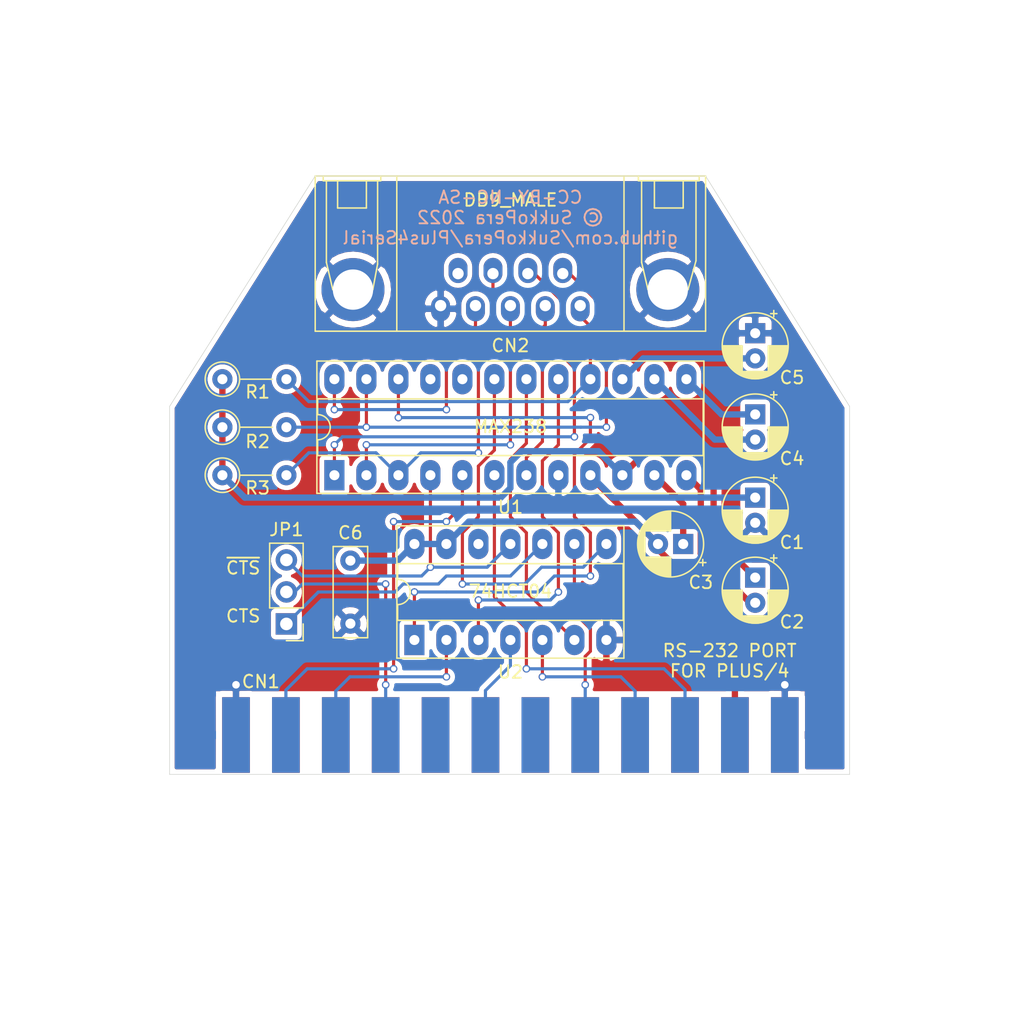
<source format=kicad_pcb>
(kicad_pcb (version 20171130) (host pcbnew 5.1.12)
  (title_block (title Plus4Serial) (date 2022-09-28) (rev 1git) (company SukkoPera) (comment 1 "Thanks a lot to Levente Hársfalvi (TLC)!"))
  (layers (0 F.Cu signal) (31 B.Cu signal) (36 B.SilkS user) (37 F.SilkS user) (38 B.Mask user) (39 F.Mask user) (44 Edge.Cuts user))
  (net 0 "")
  (net 1 GND)
  (net 2 +12V)
  (net 3 +5V)
  (net 4 /~cts)
  (net 5 /~dsr)
  (net 6 /rxd)
  (net 7 /txd)
  (net 8 /~rts)
  (net 9 /~dtr)
  (net 10 /~dcd)
  (net 11 "Net-(C2-Pad2)")
  (net 12 "Net-(C4-Pad1)")
  (net 13 "Net-(C4-Pad2)")
  (net 14 /txd_ttl)
  (net 15 /dsr_ttl)
  (net 16 /~cts_ttl)
  (net 17 /dcd_ttl)
  (net 18 /dtr_ttl)
  (net 19 /rts_ttl)
  (net 20 /rxd_ttl)
  (net 21 "Net-(U1-Pad17)")
  (net 22 "Net-(U1-Pad18)")
  (net 23 "Net-(U1-Pad19)")
  (net 24 "Net-(U1-Pad22)")
  (net 25 "Net-(C3-Pad1)")
  (net 26 "Net-(C5-Pad2)")
  (net 27 "Net-(JP1-Pad3)")
  (net 28 "Net-(JP1-Pad1)")
  (module Plus4Serial:PLUS4_USERPORT (layer F.Cu) (at 152.273 117.221)
    (fp_text reference CN1 (at -19.812 -7.239) (layer F.SilkS))
    (fp_text value PLUS4_USERPORT)
    (pad N smd rect (at -21.78 -3) (size 2.2 6) (layers B.Cu B.Paste B.Mask) (net 1 GND))
    (pad M smd rect (at -17.82 -3) (size 2.2 6) (layers B.Cu B.Paste B.Mask) (net 14 /txd_ttl))
    (pad L smd rect (at -13.86 -3) (size 2.2 6) (layers B.Cu B.Paste B.Mask) (net 15 /dsr_ttl))
    (pad K smd rect (at -9.9 -3) (size 2.2 6) (layers B.Cu B.Paste B.Mask) (net 16 /~cts_ttl))
    (pad J smd rect (at -5.94 -3) (size 2.2 6) (layers B.Cu B.Paste B.Mask))
    (pad H smd rect (at -1.98 -3) (size 2.2 6) (layers B.Cu B.Paste B.Mask) (net 17 /dcd_ttl))
    (pad 12 smd rect (at -21.78 -3) (size 2.2 6) (layers F.Cu F.Paste F.Mask) (net 1 GND))
    (pad 11 smd rect (at -17.82 -3) (size 2.2 6) (layers F.Cu F.Paste F.Mask))
    (pad 10 smd rect (at -13.86 -3) (size 2.2 6) (layers F.Cu F.Paste F.Mask))
    (pad 9 smd rect (at -9.9 -3) (size 2.2 6) (layers F.Cu F.Paste F.Mask))
    (pad 8 smd rect (at -5.94 -3) (size 2.2 6) (layers F.Cu F.Paste F.Mask))
    (pad 7 smd rect (at -1.98 -3) (size 2.2 6) (layers F.Cu F.Paste F.Mask))
    (pad F smd rect (at 1.98 -3) (size 2.2 6) (layers B.Cu B.Paste B.Mask))
    (pad E smd rect (at 5.94 -3) (size 2.2 6) (layers B.Cu B.Paste B.Mask) (net 18 /dtr_ttl))
    (pad D smd rect (at 9.9 -3) (size 2.2 6) (layers B.Cu B.Paste B.Mask) (net 19 /rts_ttl))
    (pad C smd rect (at 13.86 -3) (size 2.2 6) (layers B.Cu B.Paste B.Mask) (net 20 /rxd_ttl))
    (pad B smd rect (at 17.82 -3) (size 2.2 6) (layers B.Cu B.Paste B.Mask))
    (pad A smd rect (at 21.78 -3) (size 2.2 6) (layers B.Cu B.Paste B.Mask) (net 1 GND))
    (pad 6 smd rect (at 1.98 -3) (size 2.2 6) (layers F.Cu F.Paste F.Mask))
    (pad 5 smd rect (at 5.94 -3) (size 2.2 6) (layers F.Cu F.Paste F.Mask))
    (pad 4 smd rect (at 9.9 -3) (size 2.2 6) (layers F.Cu F.Paste F.Mask))
    (pad 3 smd rect (at 13.86 -3) (size 2.2 6) (layers F.Cu F.Paste F.Mask))
    (pad 2 smd rect (at 17.82 -3) (size 2.2 6) (layers F.Cu F.Paste F.Mask) (net 3 +5V))
    (pad 1 smd rect (at 21.78 -3) (size 2.2 6) (layers F.Cu F.Paste F.Mask) (net 1 GND))
  )
  (module Plus4Serial:DB_9M (layer F.Cu) (at 152.273 71.755 180)
    (fp_text reference CN2 (at 0 -11.557) (layer F.SilkS))
    (fp_text value DB9_MALE (at 0 0) (layer F.SilkS))
    (pad 0 thru_hole circle (at 12.49426 -7.112 180) (size 5.00126 5.00126) (drill 3.2004) (layers *.Cu *.Mask) (net 1 GND))
    (pad 3 thru_hole oval (at 0 -8.382 180) (size 1.50114 1.99898) (drill 0.89916 (offset 0 -0.24892)) (layers *.Cu *.Mask) (net 7 /txd))
    (pad 4 thru_hole oval (at 2.77114 -8.382 180) (size 1.50114 1.99898) (drill 0.89916 (offset 0 -0.24892)) (layers *.Cu *.Mask) (net 9 /~dtr))
    (pad 5 thru_hole oval (at 5.53974 -8.382 180) (size 1.50114 1.99898) (drill 0.89916 (offset 0 -0.24892)) (layers *.Cu *.Mask) (net 1 GND))
    (pad 2 thru_hole oval (at -2.77114 -8.382 180) (size 1.50114 1.99898) (drill 0.89916 (offset 0 -0.24892)) (layers *.Cu *.Mask) (net 6 /rxd))
    (pad 1 thru_hole oval (at -5.53974 -8.382 180) (size 1.50114 1.99898) (drill 0.89916 (offset 0 -0.24892)) (layers *.Cu *.Mask) (net 10 /~dcd))
    (pad 6 thru_hole oval (at -4.15544 -5.842 180) (size 1.50114 1.99898) (drill 0.89916 (offset 0 0.24892)) (layers *.Cu *.Mask) (net 5 /~dsr))
    (pad 7 thru_hole oval (at -1.3843 -5.842 180) (size 1.50114 1.99898) (drill 0.89916 (offset 0 0.24892)) (layers *.Cu *.Mask) (net 8 /~rts))
    (pad 8 thru_hole oval (at 1.3843 -5.842 180) (size 1.50114 1.99898) (drill 0.89916 (offset 0 0.24892)) (layers *.Cu *.Mask) (net 4 /~cts))
    (pad 9 thru_hole oval (at 4.15544 -5.842 180) (size 1.50114 1.99898) (drill 0.89916 (offset 0 0.24892)) (layers *.Cu *.Mask))
    (pad 0 thru_hole circle (at -12.49426 -7.112 180) (size 5.00126 5.00126) (drill 3.2004) (layers *.Cu *.Mask) (net 1 GND))
  )
  (module Capacitor_THT:CP_Radial_D5.0mm_P2.00mm (layer F.Cu) (at 165.989 99.06 180)
    (fp_text reference C3 (at -1.397 -3.048) (layer F.SilkS))
    (fp_text value 1u)
    (pad 2 thru_hole circle (at 2 0 180) (size 1.6 1.6) (drill 0.8) (layers *.Cu *.Mask) (net 3 +5V))
    (pad 1 thru_hole rect (at 0 0 180) (size 1.6 1.6) (drill 0.8) (layers *.Cu *.Mask) (net 25 "Net-(C3-Pad1)"))
  )
  (module Capacitor_THT:CP_Radial_D5.0mm_P2.00mm (layer F.Cu) (at 171.704 101.727 270)
    (fp_text reference C2 (at 3.524 -2.921 180) (layer F.SilkS))
    (fp_text value 1u)
    (pad 1 thru_hole rect (at 0 0 270) (size 1.6 1.6) (drill 0.8) (layers *.Cu *.Mask) (net 2 +12V))
    (pad 2 thru_hole circle (at 2 0 270) (size 1.6 1.6) (drill 0.8) (layers *.Cu *.Mask) (net 11 "Net-(C2-Pad2)"))
  )
  (module Capacitor_THT:CP_Radial_D5.0mm_P2.00mm (layer F.Cu) (at 171.704 95.377 270)
    (fp_text reference C1 (at 3.556 -2.921 180) (layer F.SilkS))
    (fp_text value 1u)
    (pad 2 thru_hole circle (at 2 0 270) (size 1.6 1.6) (drill 0.8) (layers *.Cu *.Mask) (net 1 GND))
    (pad 1 thru_hole rect (at 0 0 270) (size 1.6 1.6) (drill 0.8) (layers *.Cu *.Mask) (net 3 +5V))
  )
  (module Capacitor_THT:CP_Radial_D5.0mm_P2.00mm (layer F.Cu) (at 171.704 88.773 270)
    (fp_text reference C4 (at 3.505113 -2.921 180) (layer F.SilkS))
    (fp_text value 1u)
    (pad 2 thru_hole circle (at 2 0 270) (size 1.6 1.6) (drill 0.8) (layers *.Cu *.Mask) (net 13 "Net-(C4-Pad2)"))
    (pad 1 thru_hole rect (at 0 0 270) (size 1.6 1.6) (drill 0.8) (layers *.Cu *.Mask) (net 12 "Net-(C4-Pad1)"))
  )
  (module Capacitor_THT:C_Disc_D7.0mm_W2.5mm_P5.00mm (layer F.Cu) (at 139.573 100.38 270)
    (fp_text reference C6 (at -2.209 0 180) (layer F.SilkS))
    (fp_text value 100n)
    (pad 2 thru_hole circle (at 5 0 270) (size 1.6 1.6) (drill 0.8) (layers *.Cu *.Mask) (net 1 GND))
    (pad 1 thru_hole circle (at 0 0 270) (size 1.6 1.6) (drill 0.8) (layers *.Cu *.Mask) (net 3 +5V))
  )
  (module Capacitor_THT:CP_Radial_D5.0mm_P2.00mm (layer F.Cu) (at 171.704 82.328 270)
    (fp_text reference C5 (at 3.524 -2.921 180) (layer F.SilkS))
    (fp_text value 1u)
    (pad 1 thru_hole rect (at 0 0 270) (size 1.6 1.6) (drill 0.8) (layers *.Cu *.Mask) (net 1 GND))
    (pad 2 thru_hole circle (at 2 0 270) (size 1.6 1.6) (drill 0.8) (layers *.Cu *.Mask) (net 26 "Net-(C5-Pad2)"))
  )
  (module Connector_PinHeader_2.54mm:PinHeader_1x03_P2.54mm_Vertical (layer F.Cu) (at 134.493 105.405 180)
    (fp_text reference JP1 (at 0 7.488) (layer F.SilkS))
    (fp_text value JMP_CTS)
    (pad 3 thru_hole oval (at 0 5.08 180) (size 1.7 1.7) (drill 1) (layers *.Cu *.Mask) (net 27 "Net-(JP1-Pad3)"))
    (pad 2 thru_hole oval (at 0 2.54 180) (size 1.7 1.7) (drill 1) (layers *.Cu *.Mask) (net 16 /~cts_ttl))
    (pad 1 thru_hole rect (at 0 0 180) (size 1.7 1.7) (drill 1) (layers *.Cu *.Mask) (net 28 "Net-(JP1-Pad1)"))
  )
  (module Package_DIP:DIP-24_W7.62mm_Socket_LongPads (layer F.Cu) (at 138.303 93.599 90)
    (fp_text reference U1 (at -2.54 13.975 180) (layer F.SilkS))
    (fp_text value MAX238 (at 3.8675 13.975 180) (layer F.SilkS))
    (pad 24 thru_hole oval (at 7.62 0 90) (size 2.4 1.6) (drill 0.8) (layers *.Cu *.Mask) (net 9 /~dtr))
    (pad 12 thru_hole oval (at 0 27.94 90) (size 2.4 1.6) (drill 0.8) (layers *.Cu *.Mask) (net 11 "Net-(C2-Pad2)"))
    (pad 23 thru_hole oval (at 7.62 2.54 90) (size 2.4 1.6) (drill 0.8) (layers *.Cu *.Mask) (net 5 /~dsr))
    (pad 11 thru_hole oval (at 0 25.4 90) (size 2.4 1.6) (drill 0.8) (layers *.Cu *.Mask) (net 25 "Net-(C3-Pad1)"))
    (pad 22 thru_hole oval (at 7.62 5.08 90) (size 2.4 1.6) (drill 0.8) (layers *.Cu *.Mask) (net 24 "Net-(U1-Pad22)"))
    (pad 10 thru_hole oval (at 0 22.86 90) (size 2.4 1.6) (drill 0.8) (layers *.Cu *.Mask) (net 2 +12V))
    (pad 21 thru_hole oval (at 7.62 7.62 90) (size 2.4 1.6) (drill 0.8) (layers *.Cu *.Mask))
    (pad 9 thru_hole oval (at 0 20.32 90) (size 2.4 1.6) (drill 0.8) (layers *.Cu *.Mask) (net 3 +5V))
    (pad 20 thru_hole oval (at 7.62 10.16 90) (size 2.4 1.6) (drill 0.8) (layers *.Cu *.Mask))
    (pad 8 thru_hole oval (at 0 17.78 90) (size 2.4 1.6) (drill 0.8) (layers *.Cu *.Mask) (net 1 GND))
    (pad 19 thru_hole oval (at 7.62 12.7 90) (size 2.4 1.6) (drill 0.8) (layers *.Cu *.Mask) (net 23 "Net-(U1-Pad19)"))
    (pad 7 thru_hole oval (at 0 15.24 90) (size 2.4 1.6) (drill 0.8) (layers *.Cu *.Mask) (net 6 /rxd))
    (pad 18 thru_hole oval (at 7.62 15.24 90) (size 2.4 1.6) (drill 0.8) (layers *.Cu *.Mask) (net 22 "Net-(U1-Pad18)"))
    (pad 6 thru_hole oval (at 0 12.7 90) (size 2.4 1.6) (drill 0.8) (layers *.Cu *.Mask) (net 20 /rxd_ttl))
    (pad 17 thru_hole oval (at 7.62 17.78 90) (size 2.4 1.6) (drill 0.8) (layers *.Cu *.Mask) (net 21 "Net-(U1-Pad17)"))
    (pad 5 thru_hole oval (at 0 10.16 90) (size 2.4 1.6) (drill 0.8) (layers *.Cu *.Mask) (net 14 /txd_ttl))
    (pad 16 thru_hole oval (at 7.62 20.32 90) (size 2.4 1.6) (drill 0.8) (layers *.Cu *.Mask) (net 10 /~dcd))
    (pad 4 thru_hole oval (at 0 7.62 90) (size 2.4 1.6) (drill 0.8) (layers *.Cu *.Mask) (net 27 "Net-(JP1-Pad3)"))
    (pad 15 thru_hole oval (at 7.62 22.86 90) (size 2.4 1.6) (drill 0.8) (layers *.Cu *.Mask) (net 26 "Net-(C5-Pad2)"))
    (pad 3 thru_hole oval (at 0 5.08 90) (size 2.4 1.6) (drill 0.8) (layers *.Cu *.Mask) (net 4 /~cts))
    (pad 14 thru_hole oval (at 7.62 25.4 90) (size 2.4 1.6) (drill 0.8) (layers *.Cu *.Mask) (net 13 "Net-(C4-Pad2)"))
    (pad 2 thru_hole oval (at 0 2.54 90) (size 2.4 1.6) (drill 0.8) (layers *.Cu *.Mask) (net 7 /txd))
    (pad 13 thru_hole oval (at 7.62 27.94 90) (size 2.4 1.6) (drill 0.8) (layers *.Cu *.Mask) (net 12 "Net-(C4-Pad1)"))
    (pad 1 thru_hole rect (at 0 0 90) (size 2.4 1.6) (drill 0.8) (layers *.Cu *.Mask) (net 8 /~rts))
  )
  (module Package_DIP:DIP-14_W7.62mm_Socket_LongPads (layer F.Cu) (at 144.653 106.68 90)
    (fp_text reference U2 (at -2.54 7.625 180) (layer F.SilkS))
    (fp_text value 74HCT04 (at 3.8675 7.625 180) (layer F.SilkS))
    (pad 14 thru_hole oval (at 7.62 0 90) (size 2.4 1.6) (drill 0.8) (layers *.Cu *.Mask) (net 3 +5V))
    (pad 7 thru_hole oval (at 0 15.24 90) (size 2.4 1.6) (drill 0.8) (layers *.Cu *.Mask) (net 1 GND))
    (pad 13 thru_hole oval (at 7.62 2.54 90) (size 2.4 1.6) (drill 0.8) (layers *.Cu *.Mask) (net 3 +5V))
    (pad 6 thru_hole oval (at 0 12.7 90) (size 2.4 1.6) (drill 0.8) (layers *.Cu *.Mask) (net 22 "Net-(U1-Pad18)"))
    (pad 12 thru_hole oval (at 7.62 5.08 90) (size 2.4 1.6) (drill 0.8) (layers *.Cu *.Mask))
    (pad 5 thru_hole oval (at 0 10.16 90) (size 2.4 1.6) (drill 0.8) (layers *.Cu *.Mask) (net 19 /rts_ttl))
    (pad 11 thru_hole oval (at 7.62 7.62 90) (size 2.4 1.6) (drill 0.8) (layers *.Cu *.Mask) (net 27 "Net-(JP1-Pad3)"))
    (pad 4 thru_hole oval (at 0 7.62 90) (size 2.4 1.6) (drill 0.8) (layers *.Cu *.Mask) (net 17 /dcd_ttl))
    (pad 10 thru_hole oval (at 7.62 10.16 90) (size 2.4 1.6) (drill 0.8) (layers *.Cu *.Mask) (net 28 "Net-(JP1-Pad1)"))
    (pad 3 thru_hole oval (at 0 5.08 90) (size 2.4 1.6) (drill 0.8) (layers *.Cu *.Mask) (net 21 "Net-(U1-Pad17)"))
    (pad 9 thru_hole oval (at 7.62 12.7 90) (size 2.4 1.6) (drill 0.8) (layers *.Cu *.Mask) (net 18 /dtr_ttl))
    (pad 2 thru_hole oval (at 0 2.54 90) (size 2.4 1.6) (drill 0.8) (layers *.Cu *.Mask) (net 15 /dsr_ttl))
    (pad 8 thru_hole oval (at 7.62 15.24 90) (size 2.4 1.6) (drill 0.8) (layers *.Cu *.Mask) (net 23 "Net-(U1-Pad19)"))
    (pad 1 thru_hole rect (at 0 0 90) (size 2.4 1.6) (drill 0.8) (layers *.Cu *.Mask) (net 24 "Net-(U1-Pad22)"))
  )
  (module Resistor_THT:R_Axial_DIN0207_L6.3mm_D2.5mm_P5.08mm_Vertical (layer F.Cu) (at 129.413 85.979)
    (fp_text reference R1 (at 2.794 1.016) (layer F.SilkS))
    (fp_text value 10k)
    (pad 1 thru_hole circle (at 0 0) (size 1.6 1.6) (drill 0.8) (layers *.Cu *.Mask) (net 2 +12V))
    (pad 2 thru_hole oval (at 5.08 0) (size 1.6 1.6) (drill 0.8) (layers *.Cu *.Mask) (net 10 /~dcd))
  )
  (module Resistor_THT:R_Axial_DIN0207_L6.3mm_D2.5mm_P5.08mm_Vertical (layer F.Cu) (at 129.413 89.789)
    (fp_text reference R2 (at 2.794 1.143) (layer F.SilkS))
    (fp_text value 10k)
    (pad 2 thru_hole oval (at 5.08 0) (size 1.6 1.6) (drill 0.8) (layers *.Cu *.Mask) (net 5 /~dsr))
    (pad 1 thru_hole circle (at 0 0) (size 1.6 1.6) (drill 0.8) (layers *.Cu *.Mask) (net 2 +12V))
  )
  (module Resistor_THT:R_Axial_DIN0207_L6.3mm_D2.5mm_P5.08mm_Vertical (layer F.Cu) (at 129.413 93.599)
    (fp_text reference R3 (at 2.794 1.016) (layer F.SilkS))
    (fp_text value 10k)
    (pad 1 thru_hole circle (at 0 0) (size 1.6 1.6) (drill 0.8) (layers *.Cu *.Mask) (net 2 +12V))
    (pad 2 thru_hole oval (at 5.08 0) (size 1.6 1.6) (drill 0.8) (layers *.Cu *.Mask) (net 4 /~cts))
  )
  (gr_text "CC-BY-NC-SA\n© SukkoPera 2022\ngithub.com/SukkoPera/Plus4Serial" (at 152.273 73.152) (layer B.SilkS) (effects (font (size 1 1)) (justify mirror)))
  (gr_text "RS-232 PORT\nFOR PLUS/4" (at 169.672 108.331) (layer F.SilkS) (effects (font (size 1 1))))
  (gr_text ~CTS~ (at 131.064 100.965) (layer F.SilkS) (effects (font (size 1 1))))
  (gr_text CTS (at 131.064 104.775) (layer F.SilkS) (effects (font (size 1 1))))
  (gr_line (start 179.197 88.138) (end 167.767 69.85) (layer Edge.Cuts) (width 0.05))
  (gr_line (start 136.779 69.85) (end 125.222 88.138) (layer Edge.Cuts) (width 0.05))
  (gr_line (start 125.222 88.138) (end 125.222 117.348) (layer Edge.Cuts) (width 0.05))
  (gr_line (start 167.767 69.85) (end 136.779 69.85) (layer Edge.Cuts) (width 0.05))
  (gr_line (start 179.197 117.348) (end 179.197 88.138) (layer Edge.Cuts) (width 0.05))
  (gr_line (start 125.222 117.348) (end 179.197 117.348) (layer Edge.Cuts) (width 0.05))
  (via (at 130.493 110.236) (size 0.8) (drill 0.6) (layers F.Cu B.Cu) (net 1))
  (segment (start 130.493 110.3) (end 130.429 110.236) (width 0.5) (layer B.Cu) (net 1))
  (segment (start 130.493 114.221) (end 130.493 110.3) (width 0.5) (layer B.Cu) (net 1))
  (via (at 174.053 110.236) (size 0.8) (drill 0.6) (layers F.Cu B.Cu) (net 1))
  (segment (start 174.053 110.299) (end 173.99 110.236) (width 0.5) (layer F.Cu) (net 1))
  (segment (start 174.053 114.221) (end 174.053 110.299) (width 0.5) (layer F.Cu) (net 1))
  (segment (start 174.053 114.221) (end 174.053 110.236) (width 0.5) (layer B.Cu) (net 1))
  (segment (start 130.493 114.221) (end 130.493 110.236) (width 0.5) (layer F.Cu) (net 1))
  (segment (start 129.413 85.979) (end 129.413 89.789) (width 0.5) (layer F.Cu) (net 2))
  (segment (start 129.413 89.789) (end 129.413 93.599) (width 0.5) (layer F.Cu) (net 2))
  (segment (start 167.005 91.694) (end 163.068 91.694) (width 0.5) (layer F.Cu) (net 2))
  (segment (start 168.402 93.091) (end 167.005 91.694) (width 0.5) (layer F.Cu) (net 2))
  (segment (start 163.068 91.694) (end 161.163 93.599) (width 0.5) (layer F.Cu) (net 2))
  (segment (start 168.402 98.425) (end 168.402 93.091) (width 0.5) (layer F.Cu) (net 2))
  (segment (start 171.704 101.727) (end 168.402 98.425) (width 0.5) (layer F.Cu) (net 2))
  (segment (start 151.511 95.377) (end 131.191 95.377) (width 0.5) (layer B.Cu) (net 2))
  (segment (start 152.273 94.615) (end 151.511 95.377) (width 0.5) (layer B.Cu) (net 2))
  (segment (start 152.273 92.583) (end 152.273 94.615) (width 0.5) (layer B.Cu) (net 2))
  (segment (start 153.162 91.694) (end 152.273 92.583) (width 0.5) (layer B.Cu) (net 2))
  (segment (start 159.258 91.694) (end 153.162 91.694) (width 0.5) (layer B.Cu) (net 2))
  (segment (start 131.191 95.377) (end 129.413 93.599) (width 0.5) (layer B.Cu) (net 2))
  (segment (start 161.163 93.599) (end 159.258 91.694) (width 0.5) (layer B.Cu) (net 2))
  (segment (start 143.333 100.38) (end 144.653 99.06) (width 0.5) (layer B.Cu) (net 3))
  (segment (start 139.573 100.38) (end 143.333 100.38) (width 0.5) (layer B.Cu) (net 3))
  (segment (start 144.653 99.06) (end 147.193 99.06) (width 0.5) (layer B.Cu) (net 3))
  (segment (start 160.401 95.377) (end 158.623 93.599) (width 0.5) (layer B.Cu) (net 3))
  (segment (start 171.704 95.377) (end 160.401 95.377) (width 0.5) (layer B.Cu) (net 3))
  (segment (start 147.193 99.06) (end 148.971 97.282) (width 0.5) (layer B.Cu) (net 3))
  (segment (start 162.211 97.282) (end 163.989 99.06) (width 0.5) (layer B.Cu) (net 3))
  (segment (start 148.971 97.282) (end 162.211 97.282) (width 0.5) (layer B.Cu) (net 3))
  (segment (start 163.989 99.06) (end 158.623 93.694) (width 0.5) (layer F.Cu) (net 3))
  (segment (start 158.623 93.694) (end 158.623 93.599) (width 0.5) (layer F.Cu) (net 3))
  (segment (start 163.989 99.470002) (end 163.989 99.06) (width 0.5) (layer F.Cu) (net 3))
  (segment (start 165.164999 100.646001) (end 163.989 99.470002) (width 0.5) (layer F.Cu) (net 3))
  (segment (start 166.051001 100.646001) (end 165.164999 100.646001) (width 0.5) (layer F.Cu) (net 3))
  (segment (start 170.093 104.688) (end 166.051001 100.646001) (width 0.5) (layer F.Cu) (net 3))
  (segment (start 170.093 114.221) (end 170.093 104.688) (width 0.5) (layer F.Cu) (net 3))
  (segment (start 134.493 93.599) (end 136.271 91.821) (width 0.25) (layer B.Cu) (net 4))
  (segment (start 141.605 91.821) (end 143.383 93.599) (width 0.25) (layer B.Cu) (net 4))
  (segment (start 136.271 91.821) (end 141.605 91.821) (width 0.25) (layer B.Cu) (net 4))
  (via (at 149.733 91.821) (size 0.6) (drill 0.4) (layers F.Cu B.Cu) (net 4))
  (segment (start 145.161 91.821) (end 143.383 93.599) (width 0.25) (layer B.Cu) (net 4))
  (segment (start 149.733 91.821) (end 145.161 91.821) (width 0.25) (layer B.Cu) (net 4))
  (segment (start 149.733 82.96275) (end 149.733 91.821) (width 0.25) (layer F.Cu) (net 4))
  (segment (start 150.8887 81.80705) (end 149.733 82.96275) (width 0.25) (layer F.Cu) (net 4))
  (segment (start 150.8887 77.597) (end 150.8887 81.80705) (width 0.25) (layer F.Cu) (net 4))
  (via (at 140.843 89.789) (size 0.6) (drill 0.4) (layers F.Cu B.Cu) (net 5))
  (segment (start 134.493 89.789) (end 140.843 89.789) (width 0.25) (layer B.Cu) (net 5))
  (segment (start 140.843 89.789) (end 140.843 85.979) (width 0.25) (layer F.Cu) (net 5))
  (segment (start 140.843 89.789) (end 157.861 89.789) (width 0.25) (layer B.Cu) (net 5))
  (segment (start 156.972 77.597) (end 159.893 80.518) (width 0.25) (layer F.Cu) (net 5))
  (segment (start 156.42844 77.597) (end 156.972 77.597) (width 0.25) (layer F.Cu) (net 5))
  (via (at 159.893 89.789) (size 0.6) (drill 0.4) (layers F.Cu B.Cu) (net 5))
  (segment (start 157.861 89.789) (end 159.893 89.789) (width 0.25) (layer B.Cu) (net 5))
  (segment (start 159.893 89.789) (end 159.893 86.487) (width 0.25) (layer F.Cu) (net 5))
  (segment (start 159.893 80.518) (end 159.893 86.487) (width 0.25) (layer F.Cu) (net 5))
  (segment (start 153.543 92.202) (end 153.543 93.599) (width 0.25) (layer F.Cu) (net 6))
  (segment (start 154.813 90.932) (end 153.543 92.202) (width 0.25) (layer F.Cu) (net 6))
  (segment (start 154.813 81.915) (end 154.813 90.932) (width 0.25) (layer F.Cu) (net 6))
  (segment (start 155.04414 81.68386) (end 154.813 81.915) (width 0.25) (layer F.Cu) (net 6))
  (segment (start 155.04414 80.137) (end 155.04414 81.68386) (width 0.25) (layer F.Cu) (net 6))
  (via (at 140.843 91.186) (size 0.6) (drill 0.4) (layers F.Cu B.Cu) (net 7))
  (segment (start 140.843 91.186) (end 140.843 93.599) (width 0.25) (layer F.Cu) (net 7))
  (via (at 152.273 91.186) (size 0.6) (drill 0.4) (layers F.Cu B.Cu) (net 7))
  (segment (start 152.273 80.137) (end 152.273 91.186) (width 0.25) (layer F.Cu) (net 7))
  (segment (start 140.843 91.186) (end 152.273 91.186) (width 0.25) (layer B.Cu) (net 7))
  (via (at 138.303 91.186) (size 0.6) (drill 0.4) (layers F.Cu B.Cu) (net 8))
  (segment (start 138.303 91.186) (end 138.303 93.599) (width 0.25) (layer F.Cu) (net 8))
  (segment (start 138.938 90.551) (end 157.353 90.551) (width 0.25) (layer B.Cu) (net 8))
  (segment (start 138.303 91.186) (end 138.938 90.551) (width 0.25) (layer B.Cu) (net 8))
  (via (at 157.353 90.551) (size 0.6) (drill 0.4) (layers F.Cu B.Cu) (net 8))
  (segment (start 157.353 85.09) (end 157.353 90.551) (width 0.25) (layer F.Cu) (net 8))
  (segment (start 156.464 84.201) (end 157.353 85.09) (width 0.25) (layer F.Cu) (net 8))
  (segment (start 154.178 77.597) (end 156.464 79.883) (width 0.25) (layer F.Cu) (net 8))
  (segment (start 156.464 79.883) (end 156.464 84.201) (width 0.25) (layer F.Cu) (net 8))
  (segment (start 153.6573 77.597) (end 154.178 77.597) (width 0.25) (layer F.Cu) (net 8))
  (via (at 138.303 88.392) (size 0.6) (drill 0.4) (layers F.Cu B.Cu) (net 9))
  (segment (start 138.303 88.392) (end 138.303 85.979) (width 0.25) (layer F.Cu) (net 9))
  (via (at 147.193 88.392) (size 0.6) (drill 0.4) (layers F.Cu B.Cu) (net 9))
  (segment (start 147.193 88.392) (end 138.303 88.392) (width 0.25) (layer B.Cu) (net 9))
  (segment (start 147.193 84.074) (end 147.193 88.392) (width 0.25) (layer F.Cu) (net 9))
  (segment (start 149.50186 81.76514) (end 147.193 84.074) (width 0.25) (layer F.Cu) (net 9))
  (segment (start 149.50186 80.137) (end 149.50186 81.76514) (width 0.25) (layer F.Cu) (net 9))
  (segment (start 134.493 85.979) (end 136.271 87.757) (width 0.25) (layer B.Cu) (net 10))
  (segment (start 156.845 87.757) (end 158.623 85.979) (width 0.25) (layer B.Cu) (net 10))
  (segment (start 136.271 87.757) (end 156.845 87.757) (width 0.25) (layer B.Cu) (net 10))
  (segment (start 157.81274 80.97774) (end 158.623 81.788) (width 0.25) (layer F.Cu) (net 10))
  (segment (start 158.623 81.788) (end 158.623 85.979) (width 0.25) (layer F.Cu) (net 10))
  (segment (start 157.81274 80.137) (end 157.81274 80.97774) (width 0.25) (layer F.Cu) (net 10))
  (segment (start 167.386 99.822) (end 167.386 94.742) (width 0.5) (layer F.Cu) (net 11))
  (segment (start 167.386 94.742) (end 166.243 93.599) (width 0.5) (layer F.Cu) (net 11))
  (segment (start 171.291 103.727) (end 171.704 103.727) (width 0.5) (layer F.Cu) (net 11))
  (segment (start 169.926 102.362) (end 171.291 103.727) (width 0.5) (layer F.Cu) (net 11))
  (segment (start 169.926 102.362) (end 167.386 99.822) (width 0.5) (layer F.Cu) (net 11))
  (segment (start 169.037 88.773) (end 166.243 85.979) (width 0.5) (layer B.Cu) (net 12))
  (segment (start 171.704 88.773) (end 169.037 88.773) (width 0.5) (layer B.Cu) (net 12))
  (segment (start 168.497 90.773) (end 163.703 85.979) (width 0.5) (layer B.Cu) (net 13))
  (segment (start 171.704 90.773) (end 168.497 90.773) (width 0.5) (layer B.Cu) (net 13))
  (segment (start 134.453 114.221) (end 134.453 110.657) (width 0.25) (layer B.Cu) (net 14))
  (via (at 143.002 108.966) (size 0.6) (drill 0.4) (layers F.Cu B.Cu) (net 14))
  (segment (start 136.144 108.966) (end 143.002 108.966) (width 0.25) (layer B.Cu) (net 14))
  (segment (start 134.453 110.657) (end 136.144 108.966) (width 0.25) (layer B.Cu) (net 14))
  (via (at 143.002 97.282) (size 0.6) (drill 0.4) (layers F.Cu B.Cu) (net 14))
  (segment (start 143.002 108.966) (end 143.002 97.282) (width 0.25) (layer F.Cu) (net 14))
  (segment (start 148.463 96.012) (end 147.193 97.282) (width 0.25) (layer F.Cu) (net 14))
  (segment (start 148.463 93.599) (end 148.463 96.012) (width 0.25) (layer F.Cu) (net 14))
  (segment (start 143.002 97.282) (end 147.193 97.282) (width 0.25) (layer B.Cu) (net 14))
  (via (at 147.193 97.282) (size 0.6) (drill 0.4) (layers F.Cu B.Cu) (net 14))
  (via (at 147.193 109.601) (size 0.6) (drill 0.4) (layers F.Cu B.Cu) (net 15))
  (segment (start 147.193 109.601) (end 147.193 106.68) (width 0.25) (layer F.Cu) (net 15))
  (segment (start 139.539 109.601) (end 138.413 110.727) (width 0.25) (layer B.Cu) (net 15))
  (segment (start 141.097 109.601) (end 139.539 109.601) (width 0.25) (layer B.Cu) (net 15))
  (segment (start 138.413 114.221) (end 138.413 110.727) (width 0.25) (layer B.Cu) (net 15))
  (segment (start 141.097 109.601) (end 147.193 109.601) (width 0.25) (layer B.Cu) (net 15))
  (via (at 142.373 110.236) (size 0.6) (drill 0.4) (layers F.Cu B.Cu) (net 16))
  (segment (start 142.373 110.242) (end 142.367 110.236) (width 0.25) (layer B.Cu) (net 16))
  (segment (start 142.373 114.221) (end 142.373 110.242) (width 0.25) (layer B.Cu) (net 16))
  (segment (start 142.373 102.241) (end 142.367 102.235) (width 0.25) (layer F.Cu) (net 16))
  (segment (start 142.373 110.236) (end 142.373 102.241) (width 0.25) (layer F.Cu) (net 16))
  (via (at 142.367 102.235) (size 0.6) (drill 0.4) (layers F.Cu B.Cu) (net 16))
  (segment (start 135.133 102.865) (end 135.763 102.235) (width 0.25) (layer B.Cu) (net 16))
  (segment (start 134.493 102.865) (end 135.133 102.865) (width 0.25) (layer B.Cu) (net 16))
  (segment (start 135.763 102.235) (end 142.367 102.235) (width 0.25) (layer B.Cu) (net 16))
  (segment (start 150.293 114.221) (end 150.293 110.692) (width 0.25) (layer B.Cu) (net 17))
  (segment (start 152.273 108.712) (end 152.273 106.68) (width 0.25) (layer B.Cu) (net 17))
  (segment (start 150.293 110.692) (end 152.273 108.712) (width 0.25) (layer B.Cu) (net 17))
  (via (at 158.213 110.236) (size 0.6) (drill 0.4) (layers F.Cu B.Cu) (net 18))
  (segment (start 158.213 110.265) (end 158.242 110.236) (width 0.25) (layer B.Cu) (net 18))
  (segment (start 158.213 114.221) (end 158.213 110.265) (width 0.25) (layer B.Cu) (net 18))
  (segment (start 158.623 107.569) (end 158.213 107.979) (width 0.25) (layer F.Cu) (net 18))
  (segment (start 158.623 105.791) (end 158.623 107.569) (width 0.25) (layer F.Cu) (net 18))
  (segment (start 158.213 107.979) (end 158.213 110.236) (width 0.25) (layer F.Cu) (net 18))
  (segment (start 157.353 104.521) (end 158.623 105.791) (width 0.25) (layer F.Cu) (net 18))
  (segment (start 157.353 99.06) (end 157.353 104.521) (width 0.25) (layer F.Cu) (net 18))
  (segment (start 154.813 106.68) (end 154.813 109.601) (width 0.25) (layer F.Cu) (net 19))
  (via (at 154.813 109.601) (size 0.6) (drill 0.4) (layers F.Cu B.Cu) (net 19))
  (segment (start 162.173 110.738) (end 161.036 109.601) (width 0.25) (layer B.Cu) (net 19))
  (segment (start 162.173 114.221) (end 162.173 110.738) (width 0.25) (layer B.Cu) (net 19))
  (segment (start 154.813 109.601) (end 161.036 109.601) (width 0.25) (layer B.Cu) (net 19))
  (via (at 153.543 108.966) (size 0.6) (drill 0.4) (layers F.Cu B.Cu) (net 20))
  (segment (start 166.133 110.634) (end 166.133 114.221) (width 0.25) (layer B.Cu) (net 20))
  (segment (start 164.465 108.966) (end 166.133 110.634) (width 0.25) (layer B.Cu) (net 20))
  (segment (start 153.543 108.966) (end 164.465 108.966) (width 0.25) (layer B.Cu) (net 20))
  (segment (start 153.543 105.791) (end 153.543 108.966) (width 0.25) (layer F.Cu) (net 20))
  (segment (start 151.003 103.251) (end 153.543 105.791) (width 0.25) (layer F.Cu) (net 20))
  (segment (start 151.003 93.599) (end 151.003 103.251) (width 0.25) (layer F.Cu) (net 20))
  (segment (start 143.129 102.87) (end 137.028 102.87) (width 0.25) (layer B.Cu) (net 28))
  (segment (start 137.028 102.87) (end 134.493 105.405) (width 0.25) (layer B.Cu) (net 28))
  (segment (start 143.764 102.235) (end 143.129 102.87) (width 0.25) (layer B.Cu) (net 28))
  (segment (start 146.558 102.235) (end 143.764 102.235) (width 0.25) (layer B.Cu) (net 28))
  (segment (start 147.193 101.6) (end 146.558 102.235) (width 0.25) (layer B.Cu) (net 28))
  (segment (start 152.273 101.6) (end 147.193 101.6) (width 0.25) (layer B.Cu) (net 28))
  (segment (start 154.813 99.06) (end 152.273 101.6) (width 0.25) (layer B.Cu) (net 28))
  (segment (start 134.493 100.325) (end 135.768 101.6) (width 0.25) (layer B.Cu) (net 27))
  (segment (start 150.4315 100.9015) (end 152.273 99.06) (width 0.25) (layer B.Cu) (net 27))
  (segment (start 145.923 100.838) (end 145.8595 100.9015) (width 0.25) (layer F.Cu) (net 27))
  (segment (start 145.923 93.599) (end 145.923 100.838) (width 0.25) (layer F.Cu) (net 27))
  (segment (start 150.4315 100.9015) (end 145.8595 100.9015) (width 0.25) (layer B.Cu) (net 27))
  (segment (start 145.2245 101.6) (end 145.923 100.9015) (width 0.25) (layer B.Cu) (net 27))
  (segment (start 143.256 101.6) (end 145.2245 101.6) (width 0.25) (layer B.Cu) (net 27))
  (segment (start 135.768 101.6) (end 143.256 101.6) (width 0.25) (layer B.Cu) (net 27))
  (via (at 145.923 100.9015) (size 0.6) (drill 0.4) (layers F.Cu B.Cu) (net 27))
  (via (at 149.733 103.505) (size 0.6) (drill 0.4) (layers F.Cu B.Cu) (net 21))
  (segment (start 149.733 103.505) (end 149.733 106.68) (width 0.25) (layer F.Cu) (net 21))
  (via (at 156.083 102.87) (size 0.6) (drill 0.4) (layers F.Cu B.Cu) (net 21))
  (segment (start 155.448 103.505) (end 156.083 102.87) (width 0.25) (layer B.Cu) (net 21))
  (segment (start 149.733 103.505) (end 155.448 103.505) (width 0.25) (layer B.Cu) (net 21))
  (segment (start 154.813 96.901) (end 156.083 98.171) (width 0.25) (layer F.Cu) (net 21))
  (segment (start 154.813 92.456) (end 154.813 96.901) (width 0.25) (layer F.Cu) (net 21))
  (segment (start 156.083 91.186) (end 154.813 92.456) (width 0.25) (layer F.Cu) (net 21))
  (segment (start 156.083 98.171) (end 156.083 102.87) (width 0.25) (layer F.Cu) (net 21))
  (segment (start 156.083 85.979) (end 156.083 91.186) (width 0.25) (layer F.Cu) (net 21))
  (segment (start 153.543 102.87) (end 157.353 106.68) (width 0.25) (layer F.Cu) (net 22))
  (segment (start 152.273 96.901) (end 153.543 98.171) (width 0.25) (layer F.Cu) (net 22))
  (segment (start 152.273 92.329) (end 152.273 96.901) (width 0.25) (layer F.Cu) (net 22))
  (segment (start 153.543 91.059) (end 152.273 92.329) (width 0.25) (layer F.Cu) (net 22))
  (segment (start 153.543 98.171) (end 153.543 102.87) (width 0.25) (layer F.Cu) (net 22))
  (segment (start 153.543 85.979) (end 153.543 91.059) (width 0.25) (layer F.Cu) (net 22))
  (via (at 148.463 102.235) (size 0.6) (drill 0.4) (layers F.Cu B.Cu) (net 23))
  (segment (start 158.0515 100.9015) (end 154.7495 100.9015) (width 0.25) (layer B.Cu) (net 23))
  (segment (start 154.7495 100.9015) (end 153.416 102.235) (width 0.25) (layer B.Cu) (net 23))
  (segment (start 153.416 102.235) (end 148.463 102.235) (width 0.25) (layer B.Cu) (net 23))
  (segment (start 159.893 99.06) (end 158.0515 100.9015) (width 0.25) (layer B.Cu) (net 23))
  (segment (start 148.463 98.171) (end 148.463 102.235) (width 0.25) (layer F.Cu) (net 23))
  (segment (start 149.733 92.877996) (end 149.733 96.901) (width 0.25) (layer F.Cu) (net 23))
  (segment (start 149.733 96.901) (end 148.463 98.171) (width 0.25) (layer F.Cu) (net 23))
  (segment (start 151.003 91.607996) (end 149.733 92.877996) (width 0.25) (layer F.Cu) (net 23))
  (segment (start 151.003 85.979) (end 151.003 91.607996) (width 0.25) (layer F.Cu) (net 23))
  (via (at 143.383 89.027) (size 0.6) (drill 0.4) (layers F.Cu B.Cu) (net 24))
  (segment (start 143.383 85.979) (end 143.383 89.027) (width 0.25) (layer F.Cu) (net 24))
  (segment (start 143.383 89.027) (end 157.607 89.027) (width 0.25) (layer B.Cu) (net 24))
  (via (at 158.623 89.027) (size 0.6) (drill 0.4) (layers F.Cu B.Cu) (net 24))
  (segment (start 157.607 89.027) (end 158.623 89.027) (width 0.25) (layer B.Cu) (net 24))
  (via (at 158.623 101.6) (size 0.6) (drill 0.4) (layers F.Cu B.Cu) (net 24))
  (segment (start 154.4955 102.87) (end 147.193 102.87) (width 0.25) (layer B.Cu) (net 24))
  (segment (start 155.7655 101.6) (end 154.4955 102.87) (width 0.25) (layer B.Cu) (net 24))
  (segment (start 158.623 101.6) (end 155.7655 101.6) (width 0.25) (layer B.Cu) (net 24))
  (via (at 144.653 102.87) (size 0.6) (drill 0.4) (layers F.Cu B.Cu) (net 24))
  (segment (start 147.193 102.87) (end 144.653 102.87) (width 0.25) (layer B.Cu) (net 24))
  (segment (start 144.653 102.87) (end 144.653 106.68) (width 0.25) (layer F.Cu) (net 24))
  (segment (start 158.623 98.171) (end 158.623 101.6) (width 0.25) (layer F.Cu) (net 24))
  (segment (start 157.353 91.948) (end 157.353 96.901) (width 0.25) (layer F.Cu) (net 24))
  (segment (start 158.623 90.678) (end 157.353 91.948) (width 0.25) (layer F.Cu) (net 24))
  (segment (start 157.353 96.901) (end 158.623 98.171) (width 0.25) (layer F.Cu) (net 24))
  (segment (start 158.623 89.027) (end 158.623 90.678) (width 0.25) (layer F.Cu) (net 24))
  (segment (start 165.989 95.885) (end 163.703 93.599) (width 0.5) (layer F.Cu) (net 25))
  (segment (start 165.989 99.06) (end 165.989 95.885) (width 0.5) (layer F.Cu) (net 25))
  (segment (start 162.814 84.328) (end 161.163 85.979) (width 0.5) (layer B.Cu) (net 26))
  (segment (start 171.704 84.328) (end 162.814 84.328) (width 0.5) (layer B.Cu) (net 26))
  (zone (net 1) (net_name GND) (layer B.Cu) (connect_pads (clearance 0.381)) (min_thickness 0.254) (fill yes (arc_segments 32) (thermal_gap 0.508) (thermal_bridge_width 0.508))
    (polygon (pts (xy 185.42 127) (xy 119.38 127) (xy 119.38 63.5) (xy 185.42 63.5)))
  )
  (zone (net 1) (net_name GND) (layer F.Cu) (connect_pads (clearance 0.381)) (min_thickness 0.254) (fill yes (arc_segments 32) (thermal_gap 0.508) (thermal_bridge_width 0.508))
    (polygon (pts (xy 193.04 137.16) (xy 111.76 137.16) (xy 111.76 55.88) (xy 193.04 55.88)))
  )
  (zone (net 0) (net_name "") (layers F&B.Cu) (connect_pads (clearance 0.508)) (min_thickness 0.254)
    (keepout (tracks allowed) (vias allowed) (copperpour not_allowed))
    (fill (arc_segments 32) (thermal_gap 0.508) (thermal_bridge_width 0.508))
    (polygon (pts (xy 175.641 117.348) (xy 128.905 117.348) (xy 128.905 110.744) (xy 175.641 110.744)))
  )
  (zone (net 0) (net_name "") (layer F.Cu) (connect_pads (clearance 0.381)) (min_thickness 0.254)
    (keepout (tracks allowed) (vias allowed) (copperpour not_allowed))
    (fill (arc_segments 32) (thermal_gap 0.508) (thermal_bridge_width 0.762))
    (polygon (pts (xy 162.814 97.663) (xy 155.067 97.663) (xy 155.067 93.726) (xy 162.814 93.726)))
  )
  (zone (net 0) (net_name "") (layer B.Cu) (connect_pads (clearance 0.381)) (min_thickness 0.254)
    (keepout (tracks allowed) (vias allowed) (copperpour not_allowed))
    (fill (arc_segments 32) (thermal_gap 0.508) (thermal_bridge_width 0.762))
    (polygon (pts (xy 156.972 88.773) (xy 155.067 88.773) (xy 155.067 88.011) (xy 156.972 88.011)))
  )
  (zone (net 0) (net_name "") (layer F.Cu) (connect_pads (clearance 0.381)) (min_thickness 0.254)
    (keepout (tracks allowed) (vias allowed) (copperpour not_allowed))
    (fill (arc_segments 32) (thermal_gap 0.508) (thermal_bridge_width 0.762))
    (polygon (pts (xy 156.337 79.502) (xy 151.257 79.502) (xy 151.257 77.216) (xy 156.337 77.216)))
  )
)
</source>
